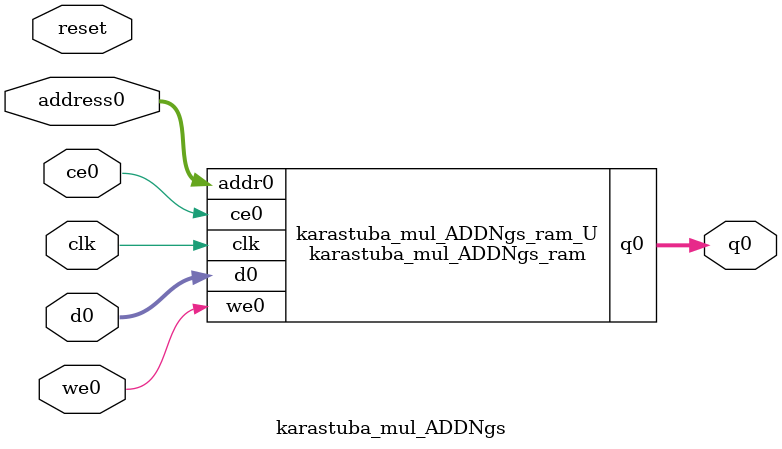
<source format=v>
`timescale 1 ns / 1 ps
module karastuba_mul_ADDNgs_ram (addr0, ce0, d0, we0, q0,  clk);

parameter DWIDTH = 32;
parameter AWIDTH = 6;
parameter MEM_SIZE = 64;

input[AWIDTH-1:0] addr0;
input ce0;
input[DWIDTH-1:0] d0;
input we0;
output reg[DWIDTH-1:0] q0;
input clk;

(* ram_style = "block" *)reg [DWIDTH-1:0] ram[0:MEM_SIZE-1];




always @(posedge clk)  
begin 
    if (ce0) begin
        if (we0) 
            ram[addr0] <= d0; 
        q0 <= ram[addr0];
    end
end


endmodule

`timescale 1 ns / 1 ps
module karastuba_mul_ADDNgs(
    reset,
    clk,
    address0,
    ce0,
    we0,
    d0,
    q0);

parameter DataWidth = 32'd32;
parameter AddressRange = 32'd64;
parameter AddressWidth = 32'd6;
input reset;
input clk;
input[AddressWidth - 1:0] address0;
input ce0;
input we0;
input[DataWidth - 1:0] d0;
output[DataWidth - 1:0] q0;



karastuba_mul_ADDNgs_ram karastuba_mul_ADDNgs_ram_U(
    .clk( clk ),
    .addr0( address0 ),
    .ce0( ce0 ),
    .we0( we0 ),
    .d0( d0 ),
    .q0( q0 ));

endmodule


</source>
